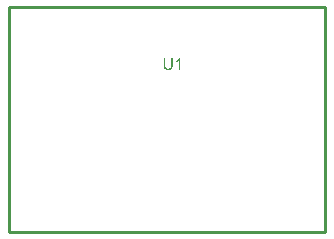
<source format=gm1>
G04*
G04 #@! TF.GenerationSoftware,Altium Limited,Altium Designer,21.2.2 (38)*
G04*
G04 Layer_Color=16711935*
%FSLAX25Y25*%
%MOIN*%
G70*
G04*
G04 #@! TF.SameCoordinates,DFD624CB-2947-408E-94CE-297F991FFE17*
G04*
G04*
G04 #@! TF.FilePolarity,Positive*
G04*
G01*
G75*
%ADD11C,0.01000*%
G36*
X154014Y155618D02*
Y155615D01*
Y155612D01*
Y155604D01*
Y155593D01*
Y155579D01*
Y155562D01*
X154011Y155524D01*
Y155474D01*
X154008Y155418D01*
X154003Y155354D01*
X153997Y155288D01*
X153989Y155216D01*
X153981Y155141D01*
X153958Y154989D01*
X153942Y154911D01*
X153925Y154839D01*
X153903Y154767D01*
X153881Y154701D01*
X153878Y154698D01*
X153875Y154687D01*
X153867Y154668D01*
X153856Y154645D01*
X153839Y154615D01*
X153823Y154582D01*
X153800Y154546D01*
X153773Y154504D01*
X153742Y154460D01*
X153709Y154416D01*
X153670Y154371D01*
X153626Y154324D01*
X153579Y154277D01*
X153529Y154233D01*
X153471Y154188D01*
X153410Y154147D01*
X153407Y154144D01*
X153393Y154139D01*
X153374Y154127D01*
X153349Y154114D01*
X153313Y154097D01*
X153274Y154080D01*
X153224Y154061D01*
X153172Y154042D01*
X153108Y154022D01*
X153042Y154003D01*
X152970Y153986D01*
X152889Y153970D01*
X152803Y153956D01*
X152712Y153945D01*
X152618Y153939D01*
X152515Y153936D01*
X152463D01*
X152427Y153939D01*
X152380Y153942D01*
X152327Y153947D01*
X152266Y153953D01*
X152202Y153958D01*
X152133Y153970D01*
X152061Y153981D01*
X151989Y153997D01*
X151914Y154014D01*
X151842Y154036D01*
X151767Y154061D01*
X151698Y154089D01*
X151632Y154122D01*
X151629Y154125D01*
X151618Y154130D01*
X151598Y154141D01*
X151576Y154155D01*
X151549Y154174D01*
X151515Y154199D01*
X151482Y154227D01*
X151443Y154258D01*
X151404Y154294D01*
X151363Y154335D01*
X151321Y154377D01*
X151283Y154427D01*
X151244Y154476D01*
X151208Y154535D01*
X151174Y154593D01*
X151144Y154657D01*
X151141Y154662D01*
X151138Y154673D01*
X151130Y154692D01*
X151122Y154720D01*
X151111Y154756D01*
X151100Y154800D01*
X151086Y154850D01*
X151072Y154909D01*
X151058Y154975D01*
X151044Y155047D01*
X151033Y155125D01*
X151022Y155210D01*
X151014Y155302D01*
X151005Y155402D01*
X151003Y155507D01*
X151000Y155618D01*
Y157834D01*
X151507D01*
Y155621D01*
Y155615D01*
Y155598D01*
Y155573D01*
X151510Y155540D01*
Y155499D01*
X151512Y155452D01*
X151515Y155399D01*
X151518Y155341D01*
X151523Y155282D01*
X151529Y155222D01*
X151546Y155100D01*
X151557Y155042D01*
X151568Y154983D01*
X151582Y154931D01*
X151598Y154884D01*
Y154881D01*
X151604Y154873D01*
X151609Y154861D01*
X151618Y154845D01*
X151626Y154825D01*
X151640Y154803D01*
X151673Y154751D01*
X151717Y154692D01*
X151742Y154662D01*
X151773Y154632D01*
X151803Y154601D01*
X151839Y154573D01*
X151875Y154546D01*
X151917Y154521D01*
X151920D01*
X151928Y154515D01*
X151939Y154510D01*
X151958Y154501D01*
X151981Y154490D01*
X152006Y154479D01*
X152036Y154468D01*
X152072Y154457D01*
X152111Y154446D01*
X152152Y154435D01*
X152197Y154424D01*
X152246Y154413D01*
X152299Y154404D01*
X152355Y154399D01*
X152410Y154396D01*
X152471Y154393D01*
X152496D01*
X152524Y154396D01*
X152562D01*
X152609Y154402D01*
X152659Y154407D01*
X152717Y154416D01*
X152781Y154424D01*
X152845Y154438D01*
X152911Y154454D01*
X152978Y154476D01*
X153044Y154499D01*
X153108Y154529D01*
X153166Y154562D01*
X153221Y154601D01*
X153269Y154645D01*
X153271Y154648D01*
X153280Y154657D01*
X153291Y154673D01*
X153305Y154695D01*
X153324Y154726D01*
X153343Y154764D01*
X153366Y154809D01*
X153388Y154864D01*
X153410Y154925D01*
X153432Y154994D01*
X153451Y155075D01*
X153471Y155163D01*
X153485Y155263D01*
X153496Y155371D01*
X153504Y155490D01*
X153507Y155621D01*
Y157834D01*
X154014D01*
Y155618D01*
D02*
G37*
G36*
X156440Y154000D02*
X155969D01*
Y156997D01*
X155967Y156994D01*
X155961Y156989D01*
X155953Y156981D01*
X155939Y156969D01*
X155922Y156956D01*
X155900Y156936D01*
X155875Y156917D01*
X155850Y156895D01*
X155817Y156872D01*
X155784Y156845D01*
X155748Y156820D01*
X155709Y156789D01*
X155665Y156762D01*
X155620Y156731D01*
X155521Y156670D01*
X155518Y156667D01*
X155510Y156662D01*
X155493Y156654D01*
X155474Y156645D01*
X155451Y156632D01*
X155424Y156615D01*
X155391Y156598D01*
X155357Y156579D01*
X155280Y156540D01*
X155197Y156501D01*
X155111Y156463D01*
X155028Y156429D01*
Y156884D01*
X155033Y156886D01*
X155044Y156892D01*
X155066Y156903D01*
X155094Y156917D01*
X155127Y156933D01*
X155169Y156956D01*
X155213Y156981D01*
X155260Y157008D01*
X155313Y157042D01*
X155368Y157075D01*
X155485Y157152D01*
X155604Y157238D01*
X155717Y157332D01*
X155720Y157335D01*
X155731Y157343D01*
X155745Y157357D01*
X155764Y157377D01*
X155789Y157402D01*
X155817Y157429D01*
X155848Y157463D01*
X155881Y157496D01*
X155914Y157535D01*
X155950Y157576D01*
X156019Y157662D01*
X156083Y157753D01*
X156111Y157800D01*
X156136Y157847D01*
X156440D01*
Y154000D01*
D02*
G37*
D11*
X99606Y100000D02*
Y174803D01*
Y100000D02*
X204724D01*
Y174803D01*
X99606D02*
X204724D01*
M02*

</source>
